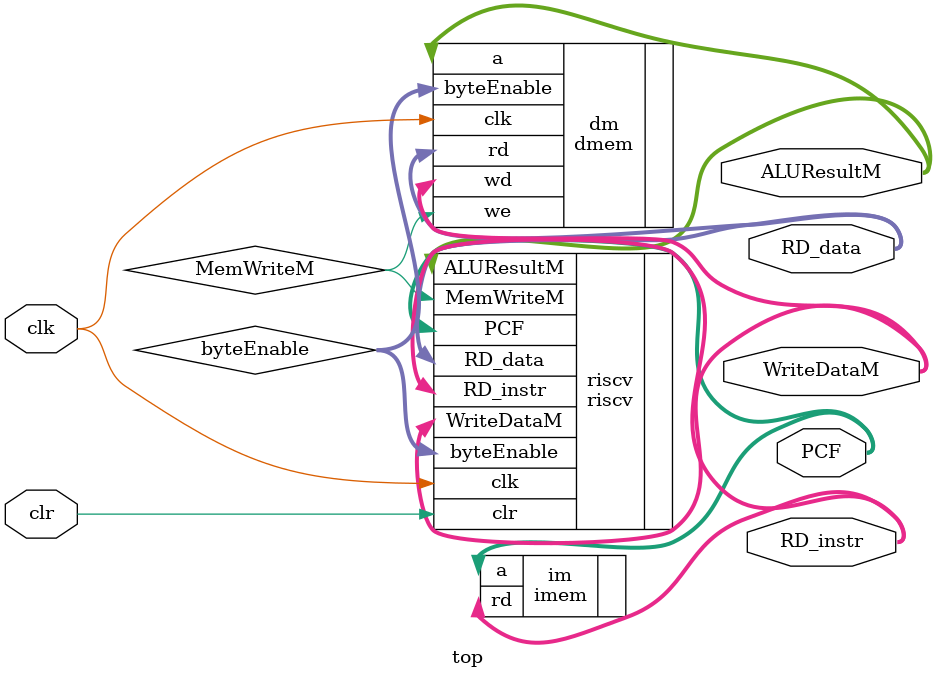
<source format=sv>

module top (input logic clk, clr,
            output logic [31:0] RD_instr, RD_data,
            output logic [31:0] PCF,
            output logic [31:0] ALUResultM, WriteDataM
    );

    logic MemWriteM;
    logic [3:0] byteEnable;

    riscv riscv(
        .clk(clk), .clr(clr),
        .RD_instr(RD_instr), .RD_data(RD_data),
        .PCF(PCF),
        .ALUResultM(ALUResultM), .WriteDataM(WriteDataM),
        .MemWriteM(MemWriteM),
        .byteEnable(byteEnable)
    );

    imem im(
        .a(PCF),
        .rd(RD_instr)
    );

    dmem dm(
        .clk(clk), .we(MemWriteM),
        .byteEnable(byteEnable),
        .a(ALUResultM), .wd(WriteDataM),
        .rd(RD_data)
    );
    
endmodule
</source>
